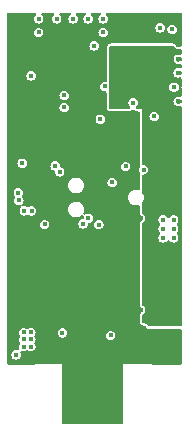
<source format=gbr>
%TF.GenerationSoftware,KiCad,Pcbnew,(6.0.11-0)*%
%TF.CreationDate,2023-03-16T18:41:31-05:00*%
%TF.ProjectId,STEP,53544550-2e6b-4696-9361-645f70636258,rev?*%
%TF.SameCoordinates,Original*%
%TF.FileFunction,Copper,L2,Inr*%
%TF.FilePolarity,Positive*%
%FSLAX46Y46*%
G04 Gerber Fmt 4.6, Leading zero omitted, Abs format (unit mm)*
G04 Created by KiCad (PCBNEW (6.0.11-0)) date 2023-03-16 18:41:31*
%MOMM*%
%LPD*%
G01*
G04 APERTURE LIST*
%TA.AperFunction,ViaPad*%
%ADD10C,0.400000*%
%TD*%
G04 APERTURE END LIST*
D10*
%TO.N,+1V8*%
X99695000Y-122174000D03*
%TO.N,GND*%
X105156000Y-124079000D03*
%TO.N,VAUX*%
X103886000Y-96139000D03*
%TO.N,+BATT*%
X105029000Y-120650000D03*
X104267000Y-120650000D03*
X105410000Y-120015000D03*
X104648000Y-120015000D03*
X103886000Y-120015000D03*
X103124000Y-120015000D03*
X100076000Y-101981000D03*
X100076000Y-101346000D03*
X100076000Y-100711000D03*
X100076000Y-100076000D03*
X100076000Y-99441000D03*
X100076000Y-98171000D03*
X100076000Y-98806000D03*
X101473000Y-101854000D03*
X101473000Y-101346000D03*
%TO.N,GND*%
X102235000Y-120015000D03*
X101092000Y-112268000D03*
%TO.N,+1V8*%
X105029000Y-113919000D03*
X104140000Y-113919000D03*
X105029000Y-113157000D03*
X104140000Y-113157000D03*
X105029000Y-112395000D03*
X104140000Y-112395000D03*
X92202000Y-107602500D03*
%TO.N,GND*%
X97282000Y-117602000D03*
X97282000Y-118237000D03*
X96266000Y-115951000D03*
X96266000Y-115316000D03*
X96901000Y-115316000D03*
X96901000Y-115951000D03*
X97917000Y-120015000D03*
X98679000Y-120015000D03*
X98298000Y-119507000D03*
X99060000Y-119507000D03*
X98806000Y-122555000D03*
X98806000Y-123190000D03*
X98806000Y-123825000D03*
X100457000Y-125857000D03*
X99822000Y-125476000D03*
X99314000Y-124968000D03*
X98933000Y-124460000D03*
X100965000Y-124333000D03*
X100965000Y-123698000D03*
X100965000Y-123063000D03*
X100838000Y-122428000D03*
X100330000Y-122047000D03*
X96012000Y-125476000D03*
X96647000Y-125095000D03*
X96774000Y-124460000D03*
X96774000Y-123825000D03*
X96774000Y-123190000D03*
X96774000Y-122555000D03*
X91821000Y-98425000D03*
X91821000Y-97409000D03*
X91821000Y-96393000D03*
X91821000Y-95377000D03*
X92932250Y-98425000D03*
X94043500Y-98425000D03*
X95154750Y-98425000D03*
X96266000Y-98425000D03*
X92964000Y-100965000D03*
X94075250Y-100965000D03*
X95186500Y-100965000D03*
X96297750Y-100965000D03*
X97409000Y-100965000D03*
X98806000Y-103124000D03*
%TO.N,/AUX_BUZZER_DRAIN*%
X95758000Y-101854000D03*
%TO.N,VAUX*%
X99187000Y-101092000D03*
%TO.N,/BATT_BUZZER_DRAIN*%
X92964000Y-100203000D03*
%TO.N,VAUX*%
X93599000Y-96520000D03*
X99060000Y-96520000D03*
X99060000Y-95377000D03*
X97790000Y-95377000D03*
X96520000Y-95377000D03*
X95123000Y-95377000D03*
X93599000Y-95377000D03*
%TO.N,GND*%
X105283000Y-95377000D03*
X104013000Y-95377000D03*
X105424350Y-97548248D03*
X105426438Y-98792693D03*
X105410000Y-99949000D03*
X98298000Y-108204000D03*
%TO.N,/VFB_AUX*%
X104902000Y-96266000D03*
%TO.N,GND*%
X105410000Y-102362000D03*
%TO.N,/VEN_AUX*%
X105056349Y-101161894D03*
X101600000Y-102489000D03*
%TO.N,/VFB_1V8*%
X103378000Y-103632000D03*
X102481738Y-108135975D03*
%TO.N,/VEN_1V8*%
X98817510Y-103874490D03*
X100965000Y-107865500D03*
%TO.N,GND*%
X102235000Y-112268000D03*
X91104500Y-110109000D03*
%TO.N,/SCK*%
X97802477Y-112255523D03*
%TO.N,/NRST*%
X99822000Y-109220000D03*
%TO.N,/VAUX_BUZZER_LSD*%
X95758000Y-102870000D03*
%TO.N,/VBATT_BUZZER_LSD*%
X98298000Y-97663000D03*
%TO.N,GND*%
X94361000Y-102997000D03*
X93853000Y-102997000D03*
%TO.N,/BATT_LVL*%
X91693098Y-123825902D03*
%TO.N,/ADC_IN_1*%
X92329000Y-123119006D03*
%TO.N,/ADC_IN_0*%
X92329000Y-122519503D03*
%TO.N,/ADC_IN_2*%
X92329000Y-121920000D03*
%TO.N,+1V8*%
X91873754Y-110109000D03*
%TO.N,/NRST*%
X91910506Y-110744000D03*
%TO.N,/VAUX_BUZZER_LSD*%
X92385006Y-111633000D03*
%TO.N,/VBATT_BUZZER_LSD*%
X92997500Y-111633000D03*
%TO.N,/DIO_1*%
X92928502Y-123118890D03*
%TO.N,/DIO_0*%
X92936798Y-122519445D03*
%TO.N,/ADC_IN_3*%
X92928503Y-121920000D03*
%TO.N,+1V8*%
X95608204Y-121951500D03*
X98697023Y-112794023D03*
%TO.N,/CS*%
X97363523Y-112730523D03*
%TO.N,/SCK*%
X95377000Y-108331000D03*
%TO.N,/CS*%
X94996000Y-107823000D03*
%TO.N,+1V8*%
X94107000Y-112776000D03*
%TO.N,GND*%
X102489000Y-121539000D03*
%TD*%
%TA.AperFunction,Conductor*%
%TO.N,GND*%
G36*
X93331039Y-94862502D02*
G01*
X93377532Y-94916158D01*
X93387636Y-94986432D01*
X93358142Y-95051012D01*
X93352013Y-95057595D01*
X93270950Y-95138658D01*
X93213354Y-95251696D01*
X93193508Y-95377000D01*
X93213354Y-95502304D01*
X93270950Y-95615342D01*
X93360658Y-95705050D01*
X93473696Y-95762646D01*
X93483485Y-95764196D01*
X93483487Y-95764197D01*
X93589207Y-95780941D01*
X93599000Y-95782492D01*
X93608793Y-95780941D01*
X93714513Y-95764197D01*
X93714515Y-95764196D01*
X93724304Y-95762646D01*
X93837342Y-95705050D01*
X93927050Y-95615342D01*
X93984646Y-95502304D01*
X94004492Y-95377000D01*
X93984646Y-95251696D01*
X93927050Y-95138658D01*
X93845987Y-95057595D01*
X93811961Y-94995283D01*
X93817026Y-94924468D01*
X93859573Y-94867632D01*
X93926093Y-94842821D01*
X93935082Y-94842500D01*
X94786918Y-94842500D01*
X94855039Y-94862502D01*
X94901532Y-94916158D01*
X94911636Y-94986432D01*
X94882142Y-95051012D01*
X94876013Y-95057595D01*
X94794950Y-95138658D01*
X94737354Y-95251696D01*
X94717508Y-95377000D01*
X94737354Y-95502304D01*
X94794950Y-95615342D01*
X94884658Y-95705050D01*
X94997696Y-95762646D01*
X95007485Y-95764196D01*
X95007487Y-95764197D01*
X95113207Y-95780941D01*
X95123000Y-95782492D01*
X95132793Y-95780941D01*
X95238513Y-95764197D01*
X95238515Y-95764196D01*
X95248304Y-95762646D01*
X95361342Y-95705050D01*
X95451050Y-95615342D01*
X95508646Y-95502304D01*
X95528492Y-95377000D01*
X95508646Y-95251696D01*
X95451050Y-95138658D01*
X95369987Y-95057595D01*
X95335961Y-94995283D01*
X95341026Y-94924468D01*
X95383573Y-94867632D01*
X95450093Y-94842821D01*
X95459082Y-94842500D01*
X96183918Y-94842500D01*
X96252039Y-94862502D01*
X96298532Y-94916158D01*
X96308636Y-94986432D01*
X96279142Y-95051012D01*
X96273013Y-95057595D01*
X96191950Y-95138658D01*
X96134354Y-95251696D01*
X96114508Y-95377000D01*
X96134354Y-95502304D01*
X96191950Y-95615342D01*
X96281658Y-95705050D01*
X96394696Y-95762646D01*
X96404485Y-95764196D01*
X96404487Y-95764197D01*
X96510207Y-95780941D01*
X96520000Y-95782492D01*
X96529793Y-95780941D01*
X96635513Y-95764197D01*
X96635515Y-95764196D01*
X96645304Y-95762646D01*
X96758342Y-95705050D01*
X96848050Y-95615342D01*
X96905646Y-95502304D01*
X96925492Y-95377000D01*
X96905646Y-95251696D01*
X96848050Y-95138658D01*
X96766987Y-95057595D01*
X96732961Y-94995283D01*
X96738026Y-94924468D01*
X96780573Y-94867632D01*
X96847093Y-94842821D01*
X96856082Y-94842500D01*
X97453918Y-94842500D01*
X97522039Y-94862502D01*
X97568532Y-94916158D01*
X97578636Y-94986432D01*
X97549142Y-95051012D01*
X97543013Y-95057595D01*
X97461950Y-95138658D01*
X97404354Y-95251696D01*
X97384508Y-95377000D01*
X97404354Y-95502304D01*
X97461950Y-95615342D01*
X97551658Y-95705050D01*
X97664696Y-95762646D01*
X97674485Y-95764196D01*
X97674487Y-95764197D01*
X97780207Y-95780941D01*
X97790000Y-95782492D01*
X97799793Y-95780941D01*
X97905513Y-95764197D01*
X97905515Y-95764196D01*
X97915304Y-95762646D01*
X98028342Y-95705050D01*
X98118050Y-95615342D01*
X98175646Y-95502304D01*
X98195492Y-95377000D01*
X98175646Y-95251696D01*
X98118050Y-95138658D01*
X98036987Y-95057595D01*
X98002961Y-94995283D01*
X98008026Y-94924468D01*
X98050573Y-94867632D01*
X98117093Y-94842821D01*
X98126082Y-94842500D01*
X98723918Y-94842500D01*
X98792039Y-94862502D01*
X98838532Y-94916158D01*
X98848636Y-94986432D01*
X98819142Y-95051012D01*
X98813013Y-95057595D01*
X98731950Y-95138658D01*
X98674354Y-95251696D01*
X98654508Y-95377000D01*
X98674354Y-95502304D01*
X98731950Y-95615342D01*
X98821658Y-95705050D01*
X98934696Y-95762646D01*
X98944485Y-95764196D01*
X98944487Y-95764197D01*
X99050207Y-95780941D01*
X99060000Y-95782492D01*
X99069793Y-95780941D01*
X99175513Y-95764197D01*
X99175515Y-95764196D01*
X99185304Y-95762646D01*
X99298342Y-95705050D01*
X99388050Y-95615342D01*
X99445646Y-95502304D01*
X99465492Y-95377000D01*
X99445646Y-95251696D01*
X99388050Y-95138658D01*
X99306987Y-95057595D01*
X99272961Y-94995283D01*
X99278026Y-94924468D01*
X99320573Y-94867632D01*
X99387093Y-94842821D01*
X99396082Y-94842500D01*
X105578500Y-94842500D01*
X105646621Y-94862502D01*
X105693114Y-94916158D01*
X105704500Y-94968500D01*
X105704500Y-97602794D01*
X105684498Y-97670915D01*
X105630842Y-97717408D01*
X105582097Y-97728743D01*
X105546499Y-97729760D01*
X105544004Y-97729831D01*
X105543988Y-97729279D01*
X105531625Y-97730813D01*
X105531637Y-97731082D01*
X105528213Y-97731236D01*
X105526075Y-97731501D01*
X105524569Y-97731399D01*
X105524559Y-97731399D01*
X105517507Y-97730924D01*
X105510524Y-97732030D01*
X105510523Y-97732030D01*
X105506192Y-97732716D01*
X105444056Y-97742557D01*
X105404643Y-97742557D01*
X105383050Y-97739137D01*
X105345560Y-97726956D01*
X105326081Y-97717031D01*
X105294189Y-97693859D01*
X105278736Y-97678406D01*
X105255565Y-97646515D01*
X105253369Y-97642205D01*
X105253368Y-97642203D01*
X105251480Y-97638498D01*
X105249126Y-97635081D01*
X105249122Y-97635075D01*
X105233735Y-97612744D01*
X105220769Y-97593927D01*
X105217972Y-97590835D01*
X105177694Y-97546315D01*
X105177681Y-97546302D01*
X105176624Y-97545133D01*
X105161949Y-97530473D01*
X105154386Y-97526243D01*
X105154384Y-97526241D01*
X105119408Y-97506677D01*
X105082131Y-97485826D01*
X105041024Y-97473756D01*
X105018333Y-97467093D01*
X105018329Y-97467092D01*
X105014010Y-97465824D01*
X105009562Y-97465184D01*
X105009555Y-97465183D01*
X104960562Y-97458139D01*
X104960555Y-97458138D01*
X104956114Y-97457500D01*
X99694000Y-97457500D01*
X99690654Y-97457860D01*
X99690649Y-97457860D01*
X99653683Y-97461834D01*
X99653677Y-97461835D01*
X99650319Y-97462196D01*
X99597977Y-97473582D01*
X99597283Y-97473752D01*
X99597264Y-97473756D01*
X99596130Y-97474033D01*
X99587797Y-97476070D01*
X99507084Y-97519079D01*
X99501738Y-97523711D01*
X99501737Y-97523712D01*
X99486865Y-97536599D01*
X99453428Y-97565572D01*
X99435473Y-97583165D01*
X99390826Y-97662983D01*
X99370824Y-97731104D01*
X99370184Y-97735552D01*
X99370183Y-97735559D01*
X99363139Y-97784552D01*
X99363138Y-97784559D01*
X99362500Y-97789000D01*
X99362500Y-100566777D01*
X99342498Y-100634898D01*
X99288842Y-100681391D01*
X99216790Y-100691226D01*
X99196794Y-100688059D01*
X99196793Y-100688059D01*
X99187000Y-100686508D01*
X99177207Y-100688059D01*
X99071487Y-100704803D01*
X99071485Y-100704804D01*
X99061696Y-100706354D01*
X98948658Y-100763950D01*
X98858950Y-100853658D01*
X98801354Y-100966696D01*
X98781508Y-101092000D01*
X98783059Y-101101793D01*
X98798843Y-101201447D01*
X98801354Y-101217304D01*
X98858950Y-101330342D01*
X98948658Y-101420050D01*
X99061696Y-101477646D01*
X99071485Y-101479196D01*
X99071487Y-101479197D01*
X99177207Y-101495941D01*
X99187000Y-101497492D01*
X99196793Y-101495941D01*
X99196794Y-101495941D01*
X99216790Y-101492774D01*
X99287201Y-101501874D01*
X99341515Y-101547596D01*
X99362500Y-101617223D01*
X99362500Y-102871000D01*
X99362860Y-102874346D01*
X99362860Y-102874351D01*
X99365026Y-102894492D01*
X99367196Y-102914681D01*
X99378582Y-102967023D01*
X99381070Y-102977203D01*
X99424079Y-103057916D01*
X99470572Y-103111572D01*
X99488165Y-103129527D01*
X99567983Y-103174174D01*
X99601448Y-103184000D01*
X99631781Y-103192907D01*
X99631785Y-103192908D01*
X99636104Y-103194176D01*
X99640552Y-103194816D01*
X99640559Y-103194817D01*
X99689552Y-103201861D01*
X99689559Y-103201862D01*
X99694000Y-103202500D01*
X101237418Y-103202500D01*
X101239425Y-103202464D01*
X101244218Y-103202379D01*
X101244266Y-103202378D01*
X101244752Y-103202369D01*
X101247032Y-103202288D01*
X101248680Y-103202229D01*
X101248683Y-103202229D01*
X101253741Y-103202048D01*
X101258705Y-103201061D01*
X101258710Y-103201060D01*
X101313258Y-103190210D01*
X101313263Y-103190209D01*
X101318223Y-103189222D01*
X101322967Y-103187453D01*
X101322969Y-103187452D01*
X101382935Y-103165086D01*
X101382953Y-103165079D01*
X101384743Y-103164411D01*
X101407713Y-103154203D01*
X101414580Y-103148374D01*
X101414582Y-103148373D01*
X101453483Y-103115353D01*
X101477438Y-103095020D01*
X101498394Y-103067026D01*
X101555229Y-103024479D01*
X101626045Y-103019414D01*
X101688357Y-103053439D01*
X101694483Y-103060019D01*
X101739154Y-103111572D01*
X101756747Y-103129527D01*
X101836565Y-103174174D01*
X101870030Y-103184000D01*
X101900363Y-103192907D01*
X101900367Y-103192908D01*
X101904686Y-103194176D01*
X101909134Y-103194816D01*
X101909141Y-103194817D01*
X101958134Y-103201861D01*
X101958141Y-103201862D01*
X101962582Y-103202500D01*
X102030500Y-103202500D01*
X102098621Y-103222502D01*
X102145114Y-103276158D01*
X102156500Y-103328500D01*
X102156500Y-107606034D01*
X102156860Y-107609380D01*
X102156860Y-107609385D01*
X102159721Y-107635991D01*
X102161196Y-107649715D01*
X102172582Y-107702057D01*
X102175070Y-107712237D01*
X102183365Y-107727804D01*
X102188201Y-107736879D01*
X102202581Y-107806404D01*
X102177091Y-107872667D01*
X102166096Y-107885225D01*
X102153688Y-107897633D01*
X102096092Y-108010671D01*
X102094542Y-108020460D01*
X102094541Y-108020462D01*
X102086956Y-108068353D01*
X102076246Y-108135975D01*
X102077797Y-108145768D01*
X102087289Y-108205696D01*
X102096092Y-108261279D01*
X102153688Y-108374317D01*
X102165645Y-108386274D01*
X102199671Y-108448586D01*
X102194606Y-108519401D01*
X102191000Y-108527190D01*
X102191022Y-108527199D01*
X102188281Y-108533722D01*
X102184826Y-108539899D01*
X102164824Y-108608020D01*
X102164184Y-108612468D01*
X102164183Y-108612475D01*
X102157139Y-108661468D01*
X102157138Y-108661475D01*
X102156500Y-108665916D01*
X102156500Y-109715160D01*
X102136498Y-109783281D01*
X102082842Y-109829774D01*
X102012568Y-109839878D01*
X101999813Y-109837366D01*
X101938396Y-109821939D01*
X101930797Y-109821899D01*
X101930795Y-109821899D01*
X101861844Y-109821538D01*
X101776605Y-109821092D01*
X101619282Y-109858861D01*
X101612536Y-109862343D01*
X101612533Y-109862344D01*
X101579312Y-109879491D01*
X101475509Y-109933068D01*
X101353588Y-110039427D01*
X101260556Y-110171798D01*
X101201784Y-110322539D01*
X101200792Y-110330072D01*
X101200792Y-110330073D01*
X101198655Y-110346307D01*
X101180666Y-110482949D01*
X101180814Y-110484289D01*
X101198420Y-110643765D01*
X101201030Y-110650897D01*
X101247365Y-110777512D01*
X101254022Y-110795704D01*
X101258258Y-110802007D01*
X101258258Y-110802008D01*
X101311277Y-110880908D01*
X101344261Y-110929994D01*
X101349880Y-110935107D01*
X101349881Y-110935108D01*
X101458313Y-111033773D01*
X101463929Y-111038883D01*
X101504096Y-111060692D01*
X101599439Y-111112460D01*
X101599441Y-111112461D01*
X101606116Y-111116085D01*
X101613465Y-111118013D01*
X101755263Y-111155213D01*
X101755265Y-111155213D01*
X101762613Y-111157141D01*
X101845069Y-111158436D01*
X101916787Y-111159563D01*
X101916790Y-111159563D01*
X101924386Y-111159682D01*
X102002372Y-111141821D01*
X102073237Y-111146110D01*
X102130535Y-111188032D01*
X102156073Y-111254277D01*
X102156500Y-111264641D01*
X102156500Y-111806005D01*
X102163630Y-111859665D01*
X102164717Y-111863682D01*
X102164717Y-111863684D01*
X102172687Y-111893145D01*
X102180812Y-111923183D01*
X102181291Y-111924655D01*
X102181297Y-111924675D01*
X102184547Y-111934661D01*
X102187230Y-111942904D01*
X102238079Y-112018922D01*
X102243223Y-112023780D01*
X102283617Y-112061931D01*
X102289694Y-112067671D01*
X102293367Y-112070260D01*
X102333822Y-112098780D01*
X102333827Y-112098783D01*
X102337501Y-112101373D01*
X102340607Y-112102956D01*
X102364164Y-112121392D01*
X102380611Y-112137839D01*
X102403783Y-112169731D01*
X102413708Y-112189210D01*
X102425890Y-112226702D01*
X102428904Y-112245730D01*
X102429309Y-112248290D01*
X102429309Y-112287707D01*
X102425890Y-112309297D01*
X102413708Y-112346790D01*
X102403783Y-112366269D01*
X102380611Y-112398161D01*
X102364257Y-112414515D01*
X102340151Y-112433277D01*
X102337501Y-112434627D01*
X102292928Y-112465340D01*
X102244133Y-112509486D01*
X102229473Y-112524160D01*
X102184826Y-112603978D01*
X102182832Y-112610770D01*
X102168079Y-112661015D01*
X102164824Y-112672099D01*
X102164184Y-112676547D01*
X102164183Y-112676554D01*
X102157139Y-112725547D01*
X102157138Y-112725554D01*
X102156500Y-112729995D01*
X102156500Y-119553005D01*
X102163630Y-119606665D01*
X102180812Y-119670183D01*
X102181291Y-119671655D01*
X102181297Y-119671675D01*
X102184547Y-119681661D01*
X102187230Y-119689904D01*
X102238079Y-119765922D01*
X102289694Y-119814671D01*
X102293367Y-119817260D01*
X102333822Y-119845780D01*
X102333827Y-119845783D01*
X102337501Y-119848373D01*
X102340607Y-119849956D01*
X102364164Y-119868392D01*
X102380611Y-119884839D01*
X102403783Y-119916731D01*
X102413708Y-119936210D01*
X102425890Y-119973703D01*
X102429309Y-119995290D01*
X102429309Y-120034710D01*
X102425890Y-120056297D01*
X102413708Y-120093790D01*
X102403783Y-120113269D01*
X102380611Y-120145161D01*
X102364257Y-120161515D01*
X102340151Y-120180277D01*
X102337501Y-120181627D01*
X102292928Y-120212340D01*
X102244133Y-120256486D01*
X102229473Y-120271160D01*
X102184826Y-120350978D01*
X102164824Y-120419099D01*
X102164184Y-120423547D01*
X102164183Y-120423554D01*
X102157139Y-120472547D01*
X102157138Y-120472554D01*
X102156500Y-120476995D01*
X102156500Y-121009059D01*
X102161196Y-121052740D01*
X102172582Y-121105082D01*
X102175070Y-121115262D01*
X102218079Y-121195975D01*
X102264572Y-121249631D01*
X102265921Y-121251008D01*
X102265924Y-121251011D01*
X102275862Y-121261154D01*
X102275865Y-121261156D01*
X102282166Y-121267587D01*
X102361984Y-121312233D01*
X102368775Y-121314227D01*
X102420331Y-121329365D01*
X102420333Y-121329365D01*
X102427024Y-121331330D01*
X102433983Y-121331778D01*
X102436980Y-121331971D01*
X102456870Y-121336373D01*
X102456853Y-121336478D01*
X102458583Y-121336752D01*
X102530297Y-121348110D01*
X102567790Y-121360292D01*
X102587269Y-121370217D01*
X102619161Y-121393389D01*
X102635515Y-121409743D01*
X102654277Y-121433849D01*
X102655627Y-121436499D01*
X102686340Y-121481072D01*
X102730486Y-121529867D01*
X102745160Y-121544527D01*
X102824978Y-121589174D01*
X102858204Y-121598930D01*
X102888776Y-121607907D01*
X102888780Y-121607908D01*
X102893099Y-121609176D01*
X102897547Y-121609816D01*
X102897554Y-121609817D01*
X102946547Y-121616861D01*
X102946554Y-121616862D01*
X102950995Y-121617500D01*
X105578500Y-121617500D01*
X105646621Y-121637502D01*
X105693114Y-121691158D01*
X105704500Y-121743500D01*
X105704500Y-124514220D01*
X105684498Y-124582341D01*
X105630842Y-124628834D01*
X105577791Y-124640218D01*
X100877230Y-124613720D01*
X100874292Y-124613183D01*
X100874278Y-124613657D01*
X100870729Y-124613555D01*
X100870654Y-124613500D01*
X100838616Y-124613500D01*
X100837906Y-124613498D01*
X100837969Y-124613498D01*
X100822650Y-124613412D01*
X100822374Y-124613500D01*
X100805346Y-124613500D01*
X100792040Y-124623167D01*
X100776371Y-124628161D01*
X100766285Y-124641880D01*
X100752510Y-124651888D01*
X100747428Y-124667529D01*
X100737686Y-124680780D01*
X100737590Y-124697806D01*
X100737500Y-124698083D01*
X100737500Y-124713433D01*
X100737498Y-124714143D01*
X100737318Y-124746087D01*
X100732496Y-124746060D01*
X100732495Y-124746340D01*
X100737500Y-124746340D01*
X100737500Y-129567500D01*
X100717498Y-129635621D01*
X100663842Y-129682114D01*
X100611500Y-129693500D01*
X95730500Y-129693500D01*
X95662379Y-129673498D01*
X95615886Y-129619842D01*
X95604500Y-129567500D01*
X95604500Y-124746323D01*
X95608226Y-124746323D01*
X95608185Y-124746035D01*
X95604692Y-124746056D01*
X95604502Y-124714158D01*
X95604500Y-124713407D01*
X95604500Y-124698083D01*
X95604405Y-124697789D01*
X95604303Y-124680748D01*
X95594568Y-124667515D01*
X95589490Y-124651888D01*
X95575701Y-124641869D01*
X95565601Y-124628141D01*
X95549946Y-124623157D01*
X95536654Y-124613500D01*
X95519609Y-124613500D01*
X95519317Y-124613407D01*
X95517596Y-124613417D01*
X95504046Y-124613498D01*
X95503295Y-124613500D01*
X95471346Y-124613500D01*
X95471346Y-124608745D01*
X95471049Y-124608753D01*
X95471078Y-124613694D01*
X91032250Y-124640145D01*
X90964012Y-124620549D01*
X90917200Y-124567171D01*
X90905500Y-124514147D01*
X90905500Y-123825902D01*
X91287606Y-123825902D01*
X91307452Y-123951206D01*
X91365048Y-124064244D01*
X91454756Y-124153952D01*
X91567794Y-124211548D01*
X91577583Y-124213098D01*
X91577585Y-124213099D01*
X91683305Y-124229843D01*
X91693098Y-124231394D01*
X91702891Y-124229843D01*
X91808611Y-124213099D01*
X91808613Y-124213098D01*
X91818402Y-124211548D01*
X91931440Y-124153952D01*
X92021148Y-124064244D01*
X92078744Y-123951206D01*
X92098590Y-123825902D01*
X92078744Y-123700598D01*
X92074242Y-123691762D01*
X92071410Y-123686203D01*
X92058306Y-123616426D01*
X92085007Y-123550642D01*
X92143034Y-123509736D01*
X92203300Y-123507153D01*
X92203696Y-123504652D01*
X92329000Y-123524498D01*
X92338793Y-123522947D01*
X92444513Y-123506203D01*
X92444515Y-123506202D01*
X92454304Y-123504652D01*
X92567342Y-123447056D01*
X92568519Y-123449367D01*
X92621637Y-123430415D01*
X92689390Y-123446170D01*
X92690160Y-123446940D01*
X92696538Y-123450190D01*
X92696540Y-123450191D01*
X92734119Y-123469338D01*
X92803198Y-123504536D01*
X92812987Y-123506086D01*
X92812989Y-123506087D01*
X92918709Y-123522831D01*
X92928502Y-123524382D01*
X92938295Y-123522831D01*
X93044015Y-123506087D01*
X93044017Y-123506086D01*
X93053806Y-123504536D01*
X93166844Y-123446940D01*
X93256552Y-123357232D01*
X93314148Y-123244194D01*
X93333994Y-123118890D01*
X93314148Y-122993586D01*
X93309648Y-122984755D01*
X93309647Y-122984751D01*
X93257470Y-122882350D01*
X93244365Y-122812573D01*
X93265181Y-122757957D01*
X93264848Y-122757787D01*
X93322444Y-122644749D01*
X93342290Y-122519445D01*
X93322444Y-122394141D01*
X93264848Y-122281103D01*
X93265323Y-122280861D01*
X93243942Y-122220938D01*
X93257470Y-122156542D01*
X93298099Y-122076804D01*
X93314149Y-122045304D01*
X93329006Y-121951500D01*
X95202712Y-121951500D01*
X95222558Y-122076804D01*
X95280154Y-122189842D01*
X95369862Y-122279550D01*
X95482900Y-122337146D01*
X95492689Y-122338696D01*
X95492691Y-122338697D01*
X95598411Y-122355441D01*
X95608204Y-122356992D01*
X95617997Y-122355441D01*
X95723717Y-122338697D01*
X95723719Y-122338696D01*
X95733508Y-122337146D01*
X95846546Y-122279550D01*
X95936254Y-122189842D01*
X95944326Y-122174000D01*
X99289508Y-122174000D01*
X99291059Y-122183793D01*
X99297407Y-122223870D01*
X99309354Y-122299304D01*
X99366950Y-122412342D01*
X99456658Y-122502050D01*
X99569696Y-122559646D01*
X99579485Y-122561196D01*
X99579487Y-122561197D01*
X99685207Y-122577941D01*
X99695000Y-122579492D01*
X99704793Y-122577941D01*
X99810513Y-122561197D01*
X99810515Y-122561196D01*
X99820304Y-122559646D01*
X99933342Y-122502050D01*
X100023050Y-122412342D01*
X100080646Y-122299304D01*
X100092594Y-122223870D01*
X100098941Y-122183793D01*
X100100492Y-122174000D01*
X100080646Y-122048696D01*
X100023050Y-121935658D01*
X99933342Y-121845950D01*
X99820304Y-121788354D01*
X99810515Y-121786804D01*
X99810513Y-121786803D01*
X99704793Y-121770059D01*
X99695000Y-121768508D01*
X99685207Y-121770059D01*
X99579487Y-121786803D01*
X99579485Y-121786804D01*
X99569696Y-121788354D01*
X99456658Y-121845950D01*
X99366950Y-121935658D01*
X99309354Y-122048696D01*
X99289508Y-122174000D01*
X95944326Y-122174000D01*
X95993850Y-122076804D01*
X96013696Y-121951500D01*
X96010258Y-121929793D01*
X95995401Y-121835987D01*
X95995400Y-121835985D01*
X95993850Y-121826196D01*
X95936254Y-121713158D01*
X95846546Y-121623450D01*
X95733508Y-121565854D01*
X95723719Y-121564304D01*
X95723717Y-121564303D01*
X95617997Y-121547559D01*
X95608204Y-121546008D01*
X95598411Y-121547559D01*
X95492691Y-121564303D01*
X95492689Y-121564304D01*
X95482900Y-121565854D01*
X95369862Y-121623450D01*
X95280154Y-121713158D01*
X95222558Y-121826196D01*
X95221008Y-121835985D01*
X95221007Y-121835987D01*
X95206150Y-121929793D01*
X95202712Y-121951500D01*
X93329006Y-121951500D01*
X93333995Y-121920000D01*
X93314149Y-121794696D01*
X93256553Y-121681658D01*
X93166845Y-121591950D01*
X93053807Y-121534354D01*
X93044018Y-121532804D01*
X93044016Y-121532803D01*
X92938296Y-121516059D01*
X92928503Y-121514508D01*
X92918710Y-121516059D01*
X92812990Y-121532803D01*
X92812988Y-121532804D01*
X92803199Y-121534354D01*
X92690161Y-121591950D01*
X92688972Y-121589616D01*
X92635933Y-121608534D01*
X92568160Y-121592768D01*
X92567342Y-121591950D01*
X92454304Y-121534354D01*
X92444515Y-121532804D01*
X92444513Y-121532803D01*
X92338793Y-121516059D01*
X92329000Y-121514508D01*
X92319207Y-121516059D01*
X92213487Y-121532803D01*
X92213485Y-121532804D01*
X92203696Y-121534354D01*
X92090658Y-121591950D01*
X92000950Y-121681658D01*
X91943354Y-121794696D01*
X91923508Y-121920000D01*
X91943354Y-122045304D01*
X91959404Y-122076804D01*
X92000950Y-122158342D01*
X91998613Y-122159533D01*
X92017533Y-122212555D01*
X92001773Y-122280338D01*
X92000950Y-122281161D01*
X91997674Y-122287590D01*
X91997673Y-122287592D01*
X91987205Y-122308137D01*
X91943354Y-122394199D01*
X91941804Y-122403988D01*
X91941803Y-122403990D01*
X91925068Y-122509652D01*
X91923508Y-122519503D01*
X91925059Y-122529296D01*
X91932764Y-122577941D01*
X91943354Y-122644807D01*
X91947855Y-122653640D01*
X92000950Y-122757845D01*
X91998613Y-122759036D01*
X92017533Y-122812058D01*
X92001773Y-122879841D01*
X92000950Y-122880664D01*
X91943354Y-122993702D01*
X91923508Y-123119006D01*
X91943354Y-123244310D01*
X91947856Y-123253145D01*
X91947856Y-123253146D01*
X91950688Y-123258705D01*
X91963792Y-123328482D01*
X91937091Y-123394266D01*
X91879064Y-123435172D01*
X91818798Y-123437755D01*
X91818402Y-123440256D01*
X91702891Y-123421961D01*
X91693098Y-123420410D01*
X91683305Y-123421961D01*
X91577585Y-123438705D01*
X91577583Y-123438706D01*
X91567794Y-123440256D01*
X91454756Y-123497852D01*
X91365048Y-123587560D01*
X91307452Y-123700598D01*
X91287606Y-123825902D01*
X90905500Y-123825902D01*
X90905500Y-112776000D01*
X93701508Y-112776000D01*
X93703059Y-112785793D01*
X93705914Y-112803816D01*
X93721354Y-112901304D01*
X93778950Y-113014342D01*
X93868658Y-113104050D01*
X93981696Y-113161646D01*
X93991485Y-113163196D01*
X93991487Y-113163197D01*
X94097207Y-113179941D01*
X94107000Y-113181492D01*
X94116793Y-113179941D01*
X94222513Y-113163197D01*
X94222515Y-113163196D01*
X94232304Y-113161646D01*
X94345342Y-113104050D01*
X94435050Y-113014342D01*
X94492646Y-112901304D01*
X94508087Y-112803816D01*
X94510941Y-112785793D01*
X94512492Y-112776000D01*
X94497051Y-112678510D01*
X94494197Y-112660487D01*
X94494196Y-112660485D01*
X94492646Y-112650696D01*
X94435050Y-112537658D01*
X94345342Y-112447950D01*
X94232304Y-112390354D01*
X94222515Y-112388804D01*
X94222513Y-112388803D01*
X94116793Y-112372059D01*
X94107000Y-112370508D01*
X94097207Y-112372059D01*
X93991487Y-112388803D01*
X93991485Y-112388804D01*
X93981696Y-112390354D01*
X93868658Y-112447950D01*
X93778950Y-112537658D01*
X93721354Y-112650696D01*
X93719804Y-112660485D01*
X93719803Y-112660487D01*
X93716949Y-112678510D01*
X93701508Y-112776000D01*
X90905500Y-112776000D01*
X90905500Y-110109000D01*
X91468262Y-110109000D01*
X91469813Y-110118793D01*
X91477224Y-110165582D01*
X91488108Y-110234304D01*
X91545704Y-110347342D01*
X91558757Y-110360395D01*
X91592783Y-110422707D01*
X91587718Y-110493522D01*
X91581931Y-110506688D01*
X91524860Y-110618696D01*
X91523310Y-110628485D01*
X91523309Y-110628487D01*
X91519760Y-110650897D01*
X91505014Y-110744000D01*
X91506565Y-110753793D01*
X91519765Y-110837132D01*
X91524860Y-110869304D01*
X91582456Y-110982342D01*
X91672164Y-111072050D01*
X91785202Y-111129646D01*
X91794991Y-111131196D01*
X91794993Y-111131197D01*
X91900713Y-111147941D01*
X91910506Y-111149492D01*
X91920299Y-111147941D01*
X91920300Y-111147941D01*
X91992808Y-111136457D01*
X92063219Y-111145557D01*
X92117533Y-111191279D01*
X92138505Y-111259107D01*
X92119478Y-111327506D01*
X92101613Y-111350001D01*
X92056956Y-111394658D01*
X91999360Y-111507696D01*
X91997810Y-111517485D01*
X91997809Y-111517487D01*
X91981065Y-111623207D01*
X91979514Y-111633000D01*
X91999360Y-111758304D01*
X92056956Y-111871342D01*
X92146664Y-111961050D01*
X92259702Y-112018646D01*
X92269491Y-112020196D01*
X92269493Y-112020197D01*
X92375213Y-112036941D01*
X92385006Y-112038492D01*
X92394799Y-112036941D01*
X92500519Y-112020197D01*
X92500521Y-112020196D01*
X92510310Y-112018646D01*
X92623348Y-111961050D01*
X92623503Y-111961354D01*
X92684056Y-111939747D01*
X92753208Y-111955825D01*
X92755237Y-111957129D01*
X92759158Y-111961050D01*
X92872196Y-112018646D01*
X92881985Y-112020196D01*
X92881987Y-112020197D01*
X92987707Y-112036941D01*
X92997500Y-112038492D01*
X93007293Y-112036941D01*
X93113013Y-112020197D01*
X93113015Y-112020196D01*
X93122804Y-112018646D01*
X93235842Y-111961050D01*
X93325550Y-111871342D01*
X93383146Y-111758304D01*
X93402992Y-111633000D01*
X93401441Y-111623207D01*
X93384697Y-111517487D01*
X93384696Y-111517485D01*
X93383146Y-111507696D01*
X93378689Y-111498949D01*
X96100666Y-111498949D01*
X96100814Y-111500289D01*
X96101500Y-111506503D01*
X96101500Y-111506505D01*
X96103001Y-111520102D01*
X96118420Y-111659765D01*
X96121030Y-111666897D01*
X96170414Y-111801844D01*
X96174022Y-111811704D01*
X96178258Y-111818007D01*
X96178258Y-111818008D01*
X96256646Y-111934661D01*
X96264261Y-111945994D01*
X96269880Y-111951107D01*
X96269881Y-111951108D01*
X96337947Y-112013043D01*
X96383929Y-112054883D01*
X96412250Y-112070260D01*
X96519439Y-112128460D01*
X96519441Y-112128461D01*
X96526116Y-112132085D01*
X96533465Y-112134013D01*
X96675263Y-112171213D01*
X96675265Y-112171213D01*
X96682613Y-112173141D01*
X96765069Y-112174436D01*
X96836787Y-112175563D01*
X96836790Y-112175563D01*
X96844386Y-112175682D01*
X96851791Y-112173986D01*
X96851792Y-112173986D01*
X96909806Y-112160699D01*
X97002096Y-112139562D01*
X97146638Y-112066865D01*
X97152411Y-112061934D01*
X97152416Y-112061931D01*
X97211640Y-112011349D01*
X97276429Y-111982318D01*
X97346629Y-111992923D01*
X97399952Y-112039798D01*
X97419467Y-112108060D01*
X97415899Y-112130071D01*
X97416831Y-112130219D01*
X97400874Y-112230966D01*
X97370461Y-112295119D01*
X97310193Y-112332646D01*
X97296135Y-112335704D01*
X97248011Y-112343326D01*
X97248010Y-112343326D01*
X97238219Y-112344877D01*
X97125181Y-112402473D01*
X97035473Y-112492181D01*
X96977877Y-112605219D01*
X96958031Y-112730523D01*
X96977877Y-112855827D01*
X97035473Y-112968865D01*
X97125181Y-113058573D01*
X97238219Y-113116169D01*
X97248008Y-113117719D01*
X97248010Y-113117720D01*
X97353730Y-113134464D01*
X97363523Y-113136015D01*
X97373316Y-113134464D01*
X97479036Y-113117720D01*
X97479038Y-113117719D01*
X97488827Y-113116169D01*
X97601865Y-113058573D01*
X97691573Y-112968865D01*
X97749169Y-112855827D01*
X97758958Y-112794023D01*
X98291531Y-112794023D01*
X98311377Y-112919327D01*
X98368973Y-113032365D01*
X98458681Y-113122073D01*
X98571719Y-113179669D01*
X98581508Y-113181219D01*
X98581510Y-113181220D01*
X98687230Y-113197964D01*
X98697023Y-113199515D01*
X98706816Y-113197964D01*
X98812536Y-113181220D01*
X98812538Y-113181219D01*
X98822327Y-113179669D01*
X98935365Y-113122073D01*
X99025073Y-113032365D01*
X99082669Y-112919327D01*
X99102515Y-112794023D01*
X99100964Y-112784230D01*
X99084220Y-112678510D01*
X99084219Y-112678508D01*
X99082669Y-112668719D01*
X99025073Y-112555681D01*
X98935365Y-112465973D01*
X98822327Y-112408377D01*
X98812538Y-112406827D01*
X98812536Y-112406826D01*
X98706816Y-112390082D01*
X98697023Y-112388531D01*
X98687230Y-112390082D01*
X98581510Y-112406826D01*
X98581508Y-112406827D01*
X98571719Y-112408377D01*
X98458681Y-112465973D01*
X98381128Y-112543526D01*
X98328064Y-112572502D01*
X98333146Y-112586126D01*
X98319733Y-112652319D01*
X98315878Y-112659884D01*
X98315877Y-112659888D01*
X98311377Y-112668719D01*
X98309827Y-112678508D01*
X98309826Y-112678510D01*
X98293082Y-112784230D01*
X98291531Y-112794023D01*
X97758958Y-112794023D01*
X97760509Y-112784230D01*
X97765126Y-112755080D01*
X97795539Y-112690927D01*
X97855807Y-112653400D01*
X97869865Y-112650342D01*
X97917989Y-112642720D01*
X97917990Y-112642720D01*
X97927781Y-112641169D01*
X98040819Y-112583573D01*
X98118372Y-112506020D01*
X98171436Y-112477044D01*
X98166354Y-112463420D01*
X98179767Y-112397227D01*
X98183622Y-112389662D01*
X98183623Y-112389658D01*
X98188123Y-112380827D01*
X98189758Y-112370508D01*
X98206418Y-112265316D01*
X98207969Y-112255523D01*
X98191565Y-112151952D01*
X98189674Y-112140010D01*
X98189673Y-112140008D01*
X98188123Y-112130219D01*
X98130527Y-112017181D01*
X98040819Y-111927473D01*
X97927781Y-111869877D01*
X97917992Y-111868327D01*
X97917990Y-111868326D01*
X97812270Y-111851582D01*
X97802477Y-111850031D01*
X97792684Y-111851582D01*
X97686964Y-111868326D01*
X97686962Y-111868327D01*
X97677173Y-111869877D01*
X97564135Y-111927473D01*
X97562484Y-111924233D01*
X97512840Y-111941968D01*
X97443682Y-111925914D01*
X97394182Y-111875019D01*
X97380056Y-111805442D01*
X97388690Y-111769181D01*
X97421593Y-111687330D01*
X97421594Y-111687325D01*
X97424426Y-111680281D01*
X97447223Y-111520102D01*
X97447371Y-111506000D01*
X97427934Y-111345378D01*
X97370744Y-111194030D01*
X97343053Y-111153739D01*
X97283405Y-111066951D01*
X97283404Y-111066949D01*
X97279103Y-111060692D01*
X97266535Y-111049494D01*
X97163974Y-110958115D01*
X97163971Y-110958113D01*
X97158302Y-110953062D01*
X97015315Y-110877354D01*
X97005390Y-110874861D01*
X96865767Y-110839790D01*
X96865763Y-110839790D01*
X96858396Y-110837939D01*
X96850797Y-110837899D01*
X96850795Y-110837899D01*
X96781844Y-110837538D01*
X96696605Y-110837092D01*
X96539282Y-110874861D01*
X96532536Y-110878343D01*
X96532533Y-110878344D01*
X96467476Y-110911923D01*
X96395509Y-110949068D01*
X96273588Y-111055427D01*
X96180556Y-111187798D01*
X96121784Y-111338539D01*
X96100666Y-111498949D01*
X93378689Y-111498949D01*
X93325550Y-111394658D01*
X93235842Y-111304950D01*
X93122804Y-111247354D01*
X93113015Y-111245804D01*
X93113013Y-111245803D01*
X93007293Y-111229059D01*
X92997500Y-111227508D01*
X92987707Y-111229059D01*
X92881987Y-111245803D01*
X92881985Y-111245804D01*
X92872196Y-111247354D01*
X92759158Y-111304950D01*
X92759003Y-111304646D01*
X92698450Y-111326253D01*
X92629298Y-111310175D01*
X92627269Y-111308871D01*
X92623348Y-111304950D01*
X92510310Y-111247354D01*
X92500521Y-111245804D01*
X92500519Y-111245803D01*
X92394799Y-111229059D01*
X92385006Y-111227508D01*
X92375213Y-111229059D01*
X92375212Y-111229059D01*
X92302704Y-111240543D01*
X92232293Y-111231443D01*
X92177979Y-111185721D01*
X92157007Y-111117893D01*
X92176034Y-111049494D01*
X92193899Y-111026999D01*
X92238556Y-110982342D01*
X92296152Y-110869304D01*
X92301248Y-110837132D01*
X92314447Y-110753793D01*
X92315998Y-110744000D01*
X92301252Y-110650897D01*
X92297703Y-110628487D01*
X92297702Y-110628485D01*
X92296152Y-110618696D01*
X92238556Y-110505658D01*
X92225503Y-110492605D01*
X92191477Y-110430293D01*
X92196542Y-110359478D01*
X92202331Y-110346307D01*
X92206305Y-110338509D01*
X92259400Y-110234304D01*
X92270285Y-110165582D01*
X92277695Y-110118793D01*
X92279246Y-110109000D01*
X92266723Y-110029934D01*
X92260951Y-109993487D01*
X92260950Y-109993485D01*
X92259400Y-109983696D01*
X92201804Y-109870658D01*
X92112096Y-109780950D01*
X91999058Y-109723354D01*
X91989269Y-109721804D01*
X91989267Y-109721803D01*
X91883547Y-109705059D01*
X91873754Y-109703508D01*
X91863961Y-109705059D01*
X91758241Y-109721803D01*
X91758239Y-109721804D01*
X91748450Y-109723354D01*
X91635412Y-109780950D01*
X91545704Y-109870658D01*
X91488108Y-109983696D01*
X91486558Y-109993485D01*
X91486557Y-109993487D01*
X91480785Y-110029934D01*
X91468262Y-110109000D01*
X90905500Y-110109000D01*
X90905500Y-109466949D01*
X96100666Y-109466949D01*
X96100814Y-109468289D01*
X96118420Y-109627765D01*
X96174022Y-109779704D01*
X96178258Y-109786007D01*
X96178258Y-109786008D01*
X96250658Y-109893750D01*
X96264261Y-109913994D01*
X96269880Y-109919107D01*
X96269881Y-109919108D01*
X96285223Y-109933068D01*
X96383929Y-110022883D01*
X96390602Y-110026506D01*
X96519439Y-110096460D01*
X96519441Y-110096461D01*
X96526116Y-110100085D01*
X96533465Y-110102013D01*
X96675263Y-110139213D01*
X96675265Y-110139213D01*
X96682613Y-110141141D01*
X96765069Y-110142436D01*
X96836787Y-110143563D01*
X96836790Y-110143563D01*
X96844386Y-110143682D01*
X96851791Y-110141986D01*
X96851792Y-110141986D01*
X96953058Y-110118793D01*
X97002096Y-110107562D01*
X97146638Y-110034865D01*
X97152410Y-110029936D01*
X97152412Y-110029934D01*
X97263890Y-109934723D01*
X97263894Y-109934719D01*
X97269666Y-109929789D01*
X97364080Y-109798399D01*
X97424426Y-109648281D01*
X97447223Y-109488102D01*
X97447371Y-109474000D01*
X97427934Y-109313378D01*
X97392649Y-109220000D01*
X99416508Y-109220000D01*
X99418059Y-109229793D01*
X99432492Y-109320918D01*
X99436354Y-109345304D01*
X99493950Y-109458342D01*
X99583658Y-109548050D01*
X99696696Y-109605646D01*
X99706485Y-109607196D01*
X99706487Y-109607197D01*
X99812207Y-109623941D01*
X99822000Y-109625492D01*
X99831793Y-109623941D01*
X99937513Y-109607197D01*
X99937515Y-109607196D01*
X99947304Y-109605646D01*
X100060342Y-109548050D01*
X100150050Y-109458342D01*
X100207646Y-109345304D01*
X100211509Y-109320918D01*
X100225941Y-109229793D01*
X100227492Y-109220000D01*
X100217324Y-109155798D01*
X100209197Y-109104487D01*
X100209196Y-109104485D01*
X100207646Y-109094696D01*
X100150050Y-108981658D01*
X100060342Y-108891950D01*
X99947304Y-108834354D01*
X99937515Y-108832804D01*
X99937513Y-108832803D01*
X99831793Y-108816059D01*
X99822000Y-108814508D01*
X99812207Y-108816059D01*
X99706487Y-108832803D01*
X99706485Y-108832804D01*
X99696696Y-108834354D01*
X99583658Y-108891950D01*
X99493950Y-108981658D01*
X99436354Y-109094696D01*
X99434804Y-109104485D01*
X99434803Y-109104487D01*
X99426676Y-109155798D01*
X99416508Y-109220000D01*
X97392649Y-109220000D01*
X97370744Y-109162030D01*
X97343053Y-109121739D01*
X97283405Y-109034951D01*
X97283404Y-109034949D01*
X97279103Y-109028692D01*
X97267591Y-109018435D01*
X97163974Y-108926115D01*
X97163971Y-108926113D01*
X97158302Y-108921062D01*
X97015315Y-108845354D01*
X97005390Y-108842861D01*
X96865767Y-108807790D01*
X96865763Y-108807790D01*
X96858396Y-108805939D01*
X96850797Y-108805899D01*
X96850795Y-108805899D01*
X96781844Y-108805538D01*
X96696605Y-108805092D01*
X96539282Y-108842861D01*
X96532536Y-108846343D01*
X96532533Y-108846344D01*
X96462094Y-108882701D01*
X96395509Y-108917068D01*
X96273588Y-109023427D01*
X96180556Y-109155798D01*
X96121784Y-109306539D01*
X96120792Y-109314072D01*
X96120792Y-109314073D01*
X96117731Y-109337328D01*
X96100666Y-109466949D01*
X90905500Y-109466949D01*
X90905500Y-107602500D01*
X91796508Y-107602500D01*
X91798059Y-107612293D01*
X91812677Y-107704585D01*
X91816354Y-107727804D01*
X91873950Y-107840842D01*
X91963658Y-107930550D01*
X92076696Y-107988146D01*
X92086485Y-107989696D01*
X92086487Y-107989697D01*
X92192207Y-108006441D01*
X92202000Y-108007992D01*
X92211793Y-108006441D01*
X92317513Y-107989697D01*
X92317515Y-107989696D01*
X92327304Y-107988146D01*
X92440342Y-107930550D01*
X92530050Y-107840842D01*
X92539141Y-107823000D01*
X94590508Y-107823000D01*
X94592059Y-107832793D01*
X94606946Y-107926784D01*
X94610354Y-107948304D01*
X94667950Y-108061342D01*
X94757658Y-108151050D01*
X94870696Y-108208646D01*
X94880487Y-108210197D01*
X94885994Y-108211986D01*
X94944600Y-108252059D01*
X94972238Y-108317455D01*
X94972613Y-108324021D01*
X94971508Y-108331000D01*
X94991354Y-108456304D01*
X95048950Y-108569342D01*
X95138658Y-108659050D01*
X95251696Y-108716646D01*
X95261485Y-108718196D01*
X95261487Y-108718197D01*
X95367207Y-108734941D01*
X95377000Y-108736492D01*
X95386793Y-108734941D01*
X95492513Y-108718197D01*
X95492515Y-108718196D01*
X95502304Y-108716646D01*
X95615342Y-108659050D01*
X95705050Y-108569342D01*
X95762646Y-108456304D01*
X95782492Y-108331000D01*
X95772988Y-108270992D01*
X95764197Y-108215487D01*
X95764196Y-108215485D01*
X95762646Y-108205696D01*
X95705050Y-108092658D01*
X95615342Y-108002950D01*
X95502304Y-107945354D01*
X95492513Y-107943803D01*
X95487006Y-107942014D01*
X95428400Y-107901941D01*
X95412999Y-107865500D01*
X100559508Y-107865500D01*
X100561059Y-107875293D01*
X100572156Y-107945354D01*
X100579354Y-107990804D01*
X100636950Y-108103842D01*
X100726658Y-108193550D01*
X100839696Y-108251146D01*
X100849485Y-108252696D01*
X100849487Y-108252697D01*
X100955207Y-108269441D01*
X100965000Y-108270992D01*
X100974793Y-108269441D01*
X101080513Y-108252697D01*
X101080515Y-108252696D01*
X101090304Y-108251146D01*
X101203342Y-108193550D01*
X101293050Y-108103842D01*
X101350646Y-107990804D01*
X101357845Y-107945354D01*
X101368941Y-107875293D01*
X101370492Y-107865500D01*
X101361132Y-107806404D01*
X101352197Y-107749987D01*
X101352196Y-107749985D01*
X101350646Y-107740196D01*
X101293050Y-107627158D01*
X101203342Y-107537450D01*
X101090304Y-107479854D01*
X101080515Y-107478304D01*
X101080513Y-107478303D01*
X100974793Y-107461559D01*
X100965000Y-107460008D01*
X100955207Y-107461559D01*
X100849487Y-107478303D01*
X100849485Y-107478304D01*
X100839696Y-107479854D01*
X100726658Y-107537450D01*
X100636950Y-107627158D01*
X100579354Y-107740196D01*
X100577804Y-107749985D01*
X100577803Y-107749987D01*
X100568868Y-107806404D01*
X100559508Y-107865500D01*
X95412999Y-107865500D01*
X95400762Y-107836545D01*
X95400387Y-107829979D01*
X95401492Y-107823000D01*
X95399941Y-107813207D01*
X95383197Y-107707487D01*
X95383196Y-107707485D01*
X95381646Y-107697696D01*
X95324050Y-107584658D01*
X95234342Y-107494950D01*
X95121304Y-107437354D01*
X95111515Y-107435804D01*
X95111513Y-107435803D01*
X95005793Y-107419059D01*
X94996000Y-107417508D01*
X94986207Y-107419059D01*
X94880487Y-107435803D01*
X94880485Y-107435804D01*
X94870696Y-107437354D01*
X94757658Y-107494950D01*
X94667950Y-107584658D01*
X94610354Y-107697696D01*
X94608804Y-107707485D01*
X94608803Y-107707487D01*
X94592059Y-107813207D01*
X94590508Y-107823000D01*
X92539141Y-107823000D01*
X92587646Y-107727804D01*
X92591324Y-107704585D01*
X92605941Y-107612293D01*
X92607492Y-107602500D01*
X92597189Y-107537450D01*
X92589197Y-107486987D01*
X92589196Y-107486985D01*
X92587646Y-107477196D01*
X92530050Y-107364158D01*
X92440342Y-107274450D01*
X92327304Y-107216854D01*
X92317515Y-107215304D01*
X92317513Y-107215303D01*
X92211793Y-107198559D01*
X92202000Y-107197008D01*
X92192207Y-107198559D01*
X92086487Y-107215303D01*
X92086485Y-107215304D01*
X92076696Y-107216854D01*
X91963658Y-107274450D01*
X91873950Y-107364158D01*
X91816354Y-107477196D01*
X91814804Y-107486985D01*
X91814803Y-107486987D01*
X91806811Y-107537450D01*
X91796508Y-107602500D01*
X90905500Y-107602500D01*
X90905500Y-103874490D01*
X98412018Y-103874490D01*
X98431864Y-103999794D01*
X98489460Y-104112832D01*
X98579168Y-104202540D01*
X98692206Y-104260136D01*
X98701995Y-104261686D01*
X98701997Y-104261687D01*
X98807717Y-104278431D01*
X98817510Y-104279982D01*
X98827303Y-104278431D01*
X98933023Y-104261687D01*
X98933025Y-104261686D01*
X98942814Y-104260136D01*
X99055852Y-104202540D01*
X99145560Y-104112832D01*
X99203156Y-103999794D01*
X99223002Y-103874490D01*
X99203156Y-103749186D01*
X99145560Y-103636148D01*
X99055852Y-103546440D01*
X98942814Y-103488844D01*
X98933025Y-103487294D01*
X98933023Y-103487293D01*
X98827303Y-103470549D01*
X98817510Y-103468998D01*
X98807717Y-103470549D01*
X98701997Y-103487293D01*
X98701995Y-103487294D01*
X98692206Y-103488844D01*
X98579168Y-103546440D01*
X98489460Y-103636148D01*
X98431864Y-103749186D01*
X98412018Y-103874490D01*
X90905500Y-103874490D01*
X90905500Y-102870000D01*
X95352508Y-102870000D01*
X95354059Y-102879793D01*
X95370589Y-102984157D01*
X95372354Y-102995304D01*
X95429950Y-103108342D01*
X95519658Y-103198050D01*
X95632696Y-103255646D01*
X95642485Y-103257196D01*
X95642487Y-103257197D01*
X95748207Y-103273941D01*
X95758000Y-103275492D01*
X95767793Y-103273941D01*
X95873513Y-103257197D01*
X95873515Y-103257196D01*
X95883304Y-103255646D01*
X95996342Y-103198050D01*
X96086050Y-103108342D01*
X96143646Y-102995304D01*
X96145412Y-102984157D01*
X96161941Y-102879793D01*
X96163492Y-102870000D01*
X96143646Y-102744696D01*
X96086050Y-102631658D01*
X95996342Y-102541950D01*
X95883304Y-102484354D01*
X95873511Y-102482803D01*
X95870526Y-102481833D01*
X95811921Y-102441759D01*
X95784284Y-102376362D01*
X95796391Y-102306406D01*
X95844398Y-102254100D01*
X95870526Y-102242167D01*
X95873511Y-102241197D01*
X95883304Y-102239646D01*
X95996342Y-102182050D01*
X96086050Y-102092342D01*
X96143646Y-101979304D01*
X96163492Y-101854000D01*
X96143646Y-101728696D01*
X96086050Y-101615658D01*
X95996342Y-101525950D01*
X95883304Y-101468354D01*
X95873515Y-101466804D01*
X95873513Y-101466803D01*
X95767793Y-101450059D01*
X95758000Y-101448508D01*
X95748207Y-101450059D01*
X95642487Y-101466803D01*
X95642485Y-101466804D01*
X95632696Y-101468354D01*
X95519658Y-101525950D01*
X95429950Y-101615658D01*
X95372354Y-101728696D01*
X95352508Y-101854000D01*
X95372354Y-101979304D01*
X95429950Y-102092342D01*
X95519658Y-102182050D01*
X95632696Y-102239646D01*
X95642489Y-102241197D01*
X95645474Y-102242167D01*
X95704079Y-102282241D01*
X95731716Y-102347638D01*
X95719609Y-102417594D01*
X95671602Y-102469900D01*
X95645474Y-102481833D01*
X95642489Y-102482803D01*
X95632696Y-102484354D01*
X95519658Y-102541950D01*
X95429950Y-102631658D01*
X95372354Y-102744696D01*
X95352508Y-102870000D01*
X90905500Y-102870000D01*
X90905500Y-100203000D01*
X92558508Y-100203000D01*
X92578354Y-100328304D01*
X92635950Y-100441342D01*
X92725658Y-100531050D01*
X92838696Y-100588646D01*
X92848485Y-100590196D01*
X92848487Y-100590197D01*
X92954207Y-100606941D01*
X92964000Y-100608492D01*
X92973793Y-100606941D01*
X93079513Y-100590197D01*
X93079515Y-100590196D01*
X93089304Y-100588646D01*
X93202342Y-100531050D01*
X93292050Y-100441342D01*
X93349646Y-100328304D01*
X93369492Y-100203000D01*
X93359828Y-100141982D01*
X93351197Y-100087487D01*
X93351196Y-100087485D01*
X93349646Y-100077696D01*
X93292050Y-99964658D01*
X93202342Y-99874950D01*
X93089304Y-99817354D01*
X93079515Y-99815804D01*
X93079513Y-99815803D01*
X92973793Y-99799059D01*
X92964000Y-99797508D01*
X92954207Y-99799059D01*
X92848487Y-99815803D01*
X92848485Y-99815804D01*
X92838696Y-99817354D01*
X92725658Y-99874950D01*
X92635950Y-99964658D01*
X92578354Y-100077696D01*
X92576804Y-100087485D01*
X92576803Y-100087487D01*
X92568172Y-100141982D01*
X92558508Y-100203000D01*
X90905500Y-100203000D01*
X90905500Y-97663000D01*
X97892508Y-97663000D01*
X97894059Y-97672793D01*
X97903295Y-97731104D01*
X97912354Y-97788304D01*
X97969950Y-97901342D01*
X98059658Y-97991050D01*
X98172696Y-98048646D01*
X98182485Y-98050196D01*
X98182487Y-98050197D01*
X98288207Y-98066941D01*
X98298000Y-98068492D01*
X98307793Y-98066941D01*
X98413513Y-98050197D01*
X98413515Y-98050196D01*
X98423304Y-98048646D01*
X98536342Y-97991050D01*
X98626050Y-97901342D01*
X98683646Y-97788304D01*
X98692706Y-97731104D01*
X98701941Y-97672793D01*
X98703492Y-97663000D01*
X98699069Y-97635075D01*
X98685197Y-97547487D01*
X98685196Y-97547485D01*
X98683646Y-97537696D01*
X98626050Y-97424658D01*
X98536342Y-97334950D01*
X98423304Y-97277354D01*
X98413515Y-97275804D01*
X98413513Y-97275803D01*
X98307793Y-97259059D01*
X98298000Y-97257508D01*
X98288207Y-97259059D01*
X98182487Y-97275803D01*
X98182485Y-97275804D01*
X98172696Y-97277354D01*
X98059658Y-97334950D01*
X97969950Y-97424658D01*
X97912354Y-97537696D01*
X97910804Y-97547485D01*
X97910803Y-97547487D01*
X97896931Y-97635075D01*
X97892508Y-97663000D01*
X90905500Y-97663000D01*
X90905500Y-96520000D01*
X93193508Y-96520000D01*
X93213354Y-96645304D01*
X93270950Y-96758342D01*
X93360658Y-96848050D01*
X93473696Y-96905646D01*
X93483485Y-96907196D01*
X93483487Y-96907197D01*
X93589207Y-96923941D01*
X93599000Y-96925492D01*
X93608793Y-96923941D01*
X93714513Y-96907197D01*
X93714515Y-96907196D01*
X93724304Y-96905646D01*
X93837342Y-96848050D01*
X93927050Y-96758342D01*
X93984646Y-96645304D01*
X94004492Y-96520000D01*
X98654508Y-96520000D01*
X98674354Y-96645304D01*
X98731950Y-96758342D01*
X98821658Y-96848050D01*
X98934696Y-96905646D01*
X98944485Y-96907196D01*
X98944487Y-96907197D01*
X99050207Y-96923941D01*
X99060000Y-96925492D01*
X99069793Y-96923941D01*
X99175513Y-96907197D01*
X99175515Y-96907196D01*
X99185304Y-96905646D01*
X99298342Y-96848050D01*
X99388050Y-96758342D01*
X99445646Y-96645304D01*
X99465492Y-96520000D01*
X99445646Y-96394696D01*
X99388050Y-96281658D01*
X99298342Y-96191950D01*
X99194422Y-96139000D01*
X103480508Y-96139000D01*
X103482059Y-96148793D01*
X103493646Y-96221949D01*
X103500354Y-96264304D01*
X103557950Y-96377342D01*
X103647658Y-96467050D01*
X103760696Y-96524646D01*
X103770485Y-96526196D01*
X103770487Y-96526197D01*
X103876207Y-96542941D01*
X103886000Y-96544492D01*
X103895793Y-96542941D01*
X104001513Y-96526197D01*
X104001515Y-96526196D01*
X104011304Y-96524646D01*
X104124342Y-96467050D01*
X104214050Y-96377342D01*
X104266928Y-96273564D01*
X104315677Y-96221949D01*
X104384592Y-96204883D01*
X104451793Y-96227784D01*
X104495945Y-96283382D01*
X104503644Y-96311056D01*
X104514143Y-96377342D01*
X104516354Y-96391304D01*
X104573950Y-96504342D01*
X104663658Y-96594050D01*
X104776696Y-96651646D01*
X104786485Y-96653196D01*
X104786487Y-96653197D01*
X104892207Y-96669941D01*
X104902000Y-96671492D01*
X104911793Y-96669941D01*
X105017513Y-96653197D01*
X105017515Y-96653196D01*
X105027304Y-96651646D01*
X105140342Y-96594050D01*
X105230050Y-96504342D01*
X105287646Y-96391304D01*
X105289858Y-96377342D01*
X105305941Y-96275793D01*
X105307492Y-96266000D01*
X105295051Y-96187450D01*
X105289197Y-96150487D01*
X105289196Y-96150485D01*
X105287646Y-96140696D01*
X105230050Y-96027658D01*
X105140342Y-95937950D01*
X105027304Y-95880354D01*
X105017515Y-95878804D01*
X105017513Y-95878803D01*
X104911793Y-95862059D01*
X104902000Y-95860508D01*
X104892207Y-95862059D01*
X104786487Y-95878803D01*
X104786485Y-95878804D01*
X104776696Y-95880354D01*
X104663658Y-95937950D01*
X104573950Y-96027658D01*
X104533476Y-96107093D01*
X104521072Y-96131436D01*
X104472323Y-96183051D01*
X104403408Y-96200117D01*
X104336207Y-96177216D01*
X104292055Y-96121618D01*
X104284356Y-96093944D01*
X104273197Y-96023487D01*
X104273196Y-96023485D01*
X104271646Y-96013696D01*
X104214050Y-95900658D01*
X104124342Y-95810950D01*
X104011304Y-95753354D01*
X104001515Y-95751804D01*
X104001513Y-95751803D01*
X103895793Y-95735059D01*
X103886000Y-95733508D01*
X103876207Y-95735059D01*
X103770487Y-95751803D01*
X103770485Y-95751804D01*
X103760696Y-95753354D01*
X103647658Y-95810950D01*
X103557950Y-95900658D01*
X103500354Y-96013696D01*
X103498804Y-96023485D01*
X103498803Y-96023487D01*
X103487644Y-96093944D01*
X103480508Y-96139000D01*
X99194422Y-96139000D01*
X99185304Y-96134354D01*
X99175515Y-96132804D01*
X99175513Y-96132803D01*
X99069793Y-96116059D01*
X99060000Y-96114508D01*
X99050207Y-96116059D01*
X98944487Y-96132803D01*
X98944485Y-96132804D01*
X98934696Y-96134354D01*
X98821658Y-96191950D01*
X98731950Y-96281658D01*
X98674354Y-96394696D01*
X98654508Y-96520000D01*
X94004492Y-96520000D01*
X93984646Y-96394696D01*
X93927050Y-96281658D01*
X93837342Y-96191950D01*
X93724304Y-96134354D01*
X93714515Y-96132804D01*
X93714513Y-96132803D01*
X93608793Y-96116059D01*
X93599000Y-96114508D01*
X93589207Y-96116059D01*
X93483487Y-96132803D01*
X93483485Y-96132804D01*
X93473696Y-96134354D01*
X93360658Y-96191950D01*
X93270950Y-96281658D01*
X93213354Y-96394696D01*
X93193508Y-96520000D01*
X90905500Y-96520000D01*
X90905500Y-94968500D01*
X90925502Y-94900379D01*
X90979158Y-94853886D01*
X91031500Y-94842500D01*
X93262918Y-94842500D01*
X93331039Y-94862502D01*
G37*
%TD.AperFunction*%
%TA.AperFunction,Conductor*%
G36*
X105429707Y-102167692D02*
G01*
X105474938Y-102174855D01*
X105491163Y-102178536D01*
X105492459Y-102178922D01*
X105496059Y-102180235D01*
X105499782Y-102181101D01*
X105499789Y-102181103D01*
X105508311Y-102183085D01*
X105508314Y-102183085D01*
X105514013Y-102184411D01*
X105519863Y-102184662D01*
X105519864Y-102184662D01*
X105531268Y-102185151D01*
X105583899Y-102187408D01*
X105651100Y-102210310D01*
X105695251Y-102265908D01*
X105704500Y-102313292D01*
X105704500Y-102411883D01*
X105684498Y-102480004D01*
X105630842Y-102526497D01*
X105582100Y-102537832D01*
X105535449Y-102539165D01*
X105528691Y-102540890D01*
X105528689Y-102540890D01*
X105526279Y-102541505D01*
X105521553Y-102542711D01*
X105503129Y-102544493D01*
X105503158Y-102544676D01*
X105503157Y-102544676D01*
X105429706Y-102556309D01*
X105390293Y-102556309D01*
X105368700Y-102552889D01*
X105331210Y-102540708D01*
X105311731Y-102530783D01*
X105279839Y-102507611D01*
X105264389Y-102492161D01*
X105241217Y-102460269D01*
X105231292Y-102440790D01*
X105219110Y-102403297D01*
X105215691Y-102381710D01*
X105215691Y-102342290D01*
X105219110Y-102320703D01*
X105231292Y-102283210D01*
X105241217Y-102263731D01*
X105264389Y-102231839D01*
X105279839Y-102216389D01*
X105311731Y-102193217D01*
X105331210Y-102183292D01*
X105368704Y-102171110D01*
X105390293Y-102167691D01*
X105429707Y-102167692D01*
G37*
%TD.AperFunction*%
%TA.AperFunction,Conductor*%
G36*
X105429707Y-99754692D02*
G01*
X105474938Y-99761855D01*
X105491163Y-99765536D01*
X105492459Y-99765922D01*
X105496059Y-99767235D01*
X105499782Y-99768101D01*
X105499789Y-99768103D01*
X105508311Y-99770085D01*
X105508314Y-99770085D01*
X105514013Y-99771411D01*
X105519863Y-99771662D01*
X105519864Y-99771662D01*
X105531268Y-99772151D01*
X105583899Y-99774408D01*
X105651100Y-99797310D01*
X105695251Y-99852908D01*
X105704500Y-99900292D01*
X105704500Y-99998883D01*
X105684498Y-100067004D01*
X105630842Y-100113497D01*
X105582100Y-100124832D01*
X105535449Y-100126165D01*
X105528691Y-100127890D01*
X105528689Y-100127890D01*
X105526279Y-100128505D01*
X105521553Y-100129711D01*
X105503129Y-100131493D01*
X105503158Y-100131676D01*
X105503157Y-100131676D01*
X105429706Y-100143309D01*
X105390293Y-100143309D01*
X105368700Y-100139889D01*
X105331210Y-100127708D01*
X105311731Y-100117783D01*
X105279839Y-100094611D01*
X105264389Y-100079161D01*
X105241217Y-100047269D01*
X105231292Y-100027790D01*
X105219110Y-99990297D01*
X105215691Y-99968707D01*
X105215691Y-99929290D01*
X105219110Y-99907703D01*
X105231292Y-99870210D01*
X105241217Y-99850731D01*
X105264389Y-99818839D01*
X105279839Y-99803389D01*
X105311731Y-99780217D01*
X105331210Y-99770292D01*
X105368704Y-99758110D01*
X105390293Y-99754691D01*
X105429707Y-99754692D01*
G37*
%TD.AperFunction*%
%TA.AperFunction,Conductor*%
G36*
X105500338Y-98606967D02*
G01*
X105501060Y-98607081D01*
X105507329Y-98608305D01*
X105508328Y-98608441D01*
X105514025Y-98609766D01*
X105519489Y-98610000D01*
X105519595Y-98610017D01*
X105519597Y-98610005D01*
X105583895Y-98612760D01*
X105651096Y-98635659D01*
X105695249Y-98691256D01*
X105704500Y-98738644D01*
X105704500Y-98847917D01*
X105684498Y-98916038D01*
X105630842Y-98962531D01*
X105582104Y-98973865D01*
X105546177Y-98974893D01*
X105546152Y-98974027D01*
X105529794Y-98976057D01*
X105519595Y-98975369D01*
X105512612Y-98976475D01*
X105512610Y-98976475D01*
X105492647Y-98979637D01*
X105446144Y-98987002D01*
X105406731Y-98987002D01*
X105385138Y-98983582D01*
X105347648Y-98971401D01*
X105328169Y-98961476D01*
X105296277Y-98938304D01*
X105280827Y-98922854D01*
X105257655Y-98890962D01*
X105247730Y-98871483D01*
X105235548Y-98833990D01*
X105232129Y-98812403D01*
X105232129Y-98772983D01*
X105235548Y-98751396D01*
X105247730Y-98713903D01*
X105257655Y-98694424D01*
X105280827Y-98662532D01*
X105296277Y-98647082D01*
X105328169Y-98623910D01*
X105347648Y-98613985D01*
X105385140Y-98601803D01*
X105406731Y-98598384D01*
X105446145Y-98598384D01*
X105500338Y-98606967D01*
G37*
%TD.AperFunction*%
%TD*%
%TA.AperFunction,Conductor*%
%TO.N,+BATT*%
G36*
X105024235Y-97683002D02*
G01*
X105068380Y-97731796D01*
X105091798Y-97777755D01*
X105096300Y-97786590D01*
X105186008Y-97876298D01*
X105299046Y-97933894D01*
X105308835Y-97935444D01*
X105308837Y-97935445D01*
X105414557Y-97952189D01*
X105424350Y-97953740D01*
X105549654Y-97933894D01*
X105549868Y-97935247D01*
X105610533Y-97933515D01*
X105671331Y-97970178D01*
X105702655Y-98033891D01*
X105704500Y-98055375D01*
X105704500Y-98284888D01*
X105684498Y-98353009D01*
X105630842Y-98399502D01*
X105560568Y-98409606D01*
X105553571Y-98407979D01*
X105551742Y-98407047D01*
X105426438Y-98387201D01*
X105416645Y-98388752D01*
X105310925Y-98405496D01*
X105310923Y-98405497D01*
X105301134Y-98407047D01*
X105188096Y-98464643D01*
X105098388Y-98554351D01*
X105040792Y-98667389D01*
X105020946Y-98792693D01*
X105040792Y-98917997D01*
X105098388Y-99031035D01*
X105188096Y-99120743D01*
X105301134Y-99178339D01*
X105310923Y-99179889D01*
X105310925Y-99179890D01*
X105416645Y-99196634D01*
X105426438Y-99198185D01*
X105551742Y-99178339D01*
X105552054Y-99180309D01*
X105610527Y-99178636D01*
X105671326Y-99215296D01*
X105702654Y-99279008D01*
X105704500Y-99300498D01*
X105704500Y-99446536D01*
X105684498Y-99514657D01*
X105630842Y-99561150D01*
X105560568Y-99571254D01*
X105542614Y-99567078D01*
X105535304Y-99563354D01*
X105410000Y-99543508D01*
X105400207Y-99545059D01*
X105294487Y-99561803D01*
X105294485Y-99561804D01*
X105284696Y-99563354D01*
X105171658Y-99620950D01*
X105081950Y-99710658D01*
X105024354Y-99823696D01*
X105004508Y-99949000D01*
X105024354Y-100074304D01*
X105081950Y-100187342D01*
X105171658Y-100277050D01*
X105284696Y-100334646D01*
X105294485Y-100336196D01*
X105294487Y-100336197D01*
X105400207Y-100352941D01*
X105410000Y-100354492D01*
X105535304Y-100334646D01*
X105541320Y-100331581D01*
X105610530Y-100329603D01*
X105671329Y-100366265D01*
X105702654Y-100429977D01*
X105704500Y-100451464D01*
X105704500Y-101092998D01*
X105684498Y-101161119D01*
X105681194Y-101163982D01*
X105703461Y-101214641D01*
X105704500Y-101230790D01*
X105704500Y-101859536D01*
X105684498Y-101927657D01*
X105630842Y-101974150D01*
X105560568Y-101984254D01*
X105542614Y-101980078D01*
X105535304Y-101976354D01*
X105410000Y-101956508D01*
X105400207Y-101958059D01*
X105294487Y-101974803D01*
X105294485Y-101974804D01*
X105284696Y-101976354D01*
X105171658Y-102033950D01*
X105081950Y-102123658D01*
X105024354Y-102236696D01*
X105022804Y-102246485D01*
X105022803Y-102246487D01*
X105006059Y-102352207D01*
X105004508Y-102362000D01*
X105024354Y-102487304D01*
X105081950Y-102600342D01*
X105171658Y-102690050D01*
X105284696Y-102747646D01*
X105294485Y-102749196D01*
X105294487Y-102749197D01*
X105400207Y-102765941D01*
X105410000Y-102767492D01*
X105535304Y-102747646D01*
X105541320Y-102744581D01*
X105610530Y-102742603D01*
X105671329Y-102779265D01*
X105702654Y-102842977D01*
X105704500Y-102864464D01*
X105704500Y-121286000D01*
X105684498Y-121354121D01*
X105630842Y-121400614D01*
X105578500Y-121412000D01*
X102950995Y-121412000D01*
X102882874Y-121391998D01*
X102838728Y-121343203D01*
X102821551Y-121309491D01*
X102821550Y-121309489D01*
X102817050Y-121300658D01*
X102727342Y-121210950D01*
X102614304Y-121153354D01*
X102604515Y-121151804D01*
X102604513Y-121151803D01*
X102498793Y-121135059D01*
X102489000Y-121133508D01*
X102484919Y-121134154D01*
X102419879Y-121115057D01*
X102373386Y-121061401D01*
X102362000Y-121009059D01*
X102362000Y-120476995D01*
X102382002Y-120408874D01*
X102430797Y-120364728D01*
X102464509Y-120347551D01*
X102464511Y-120347550D01*
X102473342Y-120343050D01*
X102563050Y-120253342D01*
X102620646Y-120140304D01*
X102640492Y-120015000D01*
X102620646Y-119889696D01*
X102563050Y-119776658D01*
X102473342Y-119686950D01*
X102464511Y-119682450D01*
X102464509Y-119682449D01*
X102430797Y-119665272D01*
X102379182Y-119616523D01*
X102362000Y-119553005D01*
X102362000Y-113919000D01*
X103734508Y-113919000D01*
X103754354Y-114044304D01*
X103811950Y-114157342D01*
X103901658Y-114247050D01*
X104014696Y-114304646D01*
X104024485Y-114306196D01*
X104024487Y-114306197D01*
X104130207Y-114322941D01*
X104140000Y-114324492D01*
X104149793Y-114322941D01*
X104255513Y-114306197D01*
X104255515Y-114306196D01*
X104265304Y-114304646D01*
X104378342Y-114247050D01*
X104468050Y-114157342D01*
X104472551Y-114148509D01*
X104478383Y-114140482D01*
X104479581Y-114141352D01*
X104520979Y-114097518D01*
X104589894Y-114080450D01*
X104657096Y-114103350D01*
X104689791Y-114141082D01*
X104690617Y-114140482D01*
X104696449Y-114148509D01*
X104700950Y-114157342D01*
X104790658Y-114247050D01*
X104903696Y-114304646D01*
X104913485Y-114306196D01*
X104913487Y-114306197D01*
X105019207Y-114322941D01*
X105029000Y-114324492D01*
X105038793Y-114322941D01*
X105144513Y-114306197D01*
X105144515Y-114306196D01*
X105154304Y-114304646D01*
X105267342Y-114247050D01*
X105357050Y-114157342D01*
X105414646Y-114044304D01*
X105434492Y-113919000D01*
X105414646Y-113793696D01*
X105357050Y-113680658D01*
X105303487Y-113627095D01*
X105269461Y-113564783D01*
X105274526Y-113493968D01*
X105303487Y-113448905D01*
X105357050Y-113395342D01*
X105414646Y-113282304D01*
X105434492Y-113157000D01*
X105414646Y-113031696D01*
X105357050Y-112918658D01*
X105303487Y-112865095D01*
X105269461Y-112802783D01*
X105274526Y-112731968D01*
X105303487Y-112686905D01*
X105357050Y-112633342D01*
X105414646Y-112520304D01*
X105416858Y-112506342D01*
X105432941Y-112404793D01*
X105434492Y-112395000D01*
X105414646Y-112269696D01*
X105357050Y-112156658D01*
X105267342Y-112066950D01*
X105154304Y-112009354D01*
X105144515Y-112007804D01*
X105144513Y-112007803D01*
X105038793Y-111991059D01*
X105029000Y-111989508D01*
X105019207Y-111991059D01*
X104913487Y-112007803D01*
X104913485Y-112007804D01*
X104903696Y-112009354D01*
X104790658Y-112066950D01*
X104700950Y-112156658D01*
X104696450Y-112165490D01*
X104690617Y-112173518D01*
X104689419Y-112172648D01*
X104648021Y-112216482D01*
X104579106Y-112233550D01*
X104511904Y-112210650D01*
X104479209Y-112172918D01*
X104478383Y-112173518D01*
X104472550Y-112165490D01*
X104468050Y-112156658D01*
X104378342Y-112066950D01*
X104265304Y-112009354D01*
X104255515Y-112007804D01*
X104255513Y-112007803D01*
X104149793Y-111991059D01*
X104140000Y-111989508D01*
X104130207Y-111991059D01*
X104024487Y-112007803D01*
X104024485Y-112007804D01*
X104014696Y-112009354D01*
X103901658Y-112066950D01*
X103811950Y-112156658D01*
X103754354Y-112269696D01*
X103734508Y-112395000D01*
X103736059Y-112404793D01*
X103752143Y-112506342D01*
X103754354Y-112520304D01*
X103811950Y-112633342D01*
X103865513Y-112686905D01*
X103899539Y-112749217D01*
X103894474Y-112820032D01*
X103865513Y-112865095D01*
X103811950Y-112918658D01*
X103754354Y-113031696D01*
X103734508Y-113157000D01*
X103754354Y-113282304D01*
X103811950Y-113395342D01*
X103865513Y-113448905D01*
X103899539Y-113511217D01*
X103894474Y-113582032D01*
X103865513Y-113627095D01*
X103811950Y-113680658D01*
X103754354Y-113793696D01*
X103734508Y-113919000D01*
X102362000Y-113919000D01*
X102362000Y-112729995D01*
X102382002Y-112661874D01*
X102430797Y-112617728D01*
X102464509Y-112600551D01*
X102464511Y-112600550D01*
X102473342Y-112596050D01*
X102563050Y-112506342D01*
X102620646Y-112393304D01*
X102640492Y-112268000D01*
X102635036Y-112233550D01*
X102622197Y-112152487D01*
X102622196Y-112152485D01*
X102620646Y-112142696D01*
X102563050Y-112029658D01*
X102473342Y-111939950D01*
X102464511Y-111935450D01*
X102464509Y-111935449D01*
X102430797Y-111918272D01*
X102379182Y-111869523D01*
X102362000Y-111806005D01*
X102362000Y-110969200D01*
X102385677Y-110895675D01*
X102444080Y-110814399D01*
X102504426Y-110664281D01*
X102527223Y-110504102D01*
X102527371Y-110490000D01*
X102507934Y-110329378D01*
X102450744Y-110178030D01*
X102384160Y-110081150D01*
X102362000Y-110009783D01*
X102362000Y-108665916D01*
X102382002Y-108597795D01*
X102435658Y-108551302D01*
X102481236Y-108541387D01*
X102481738Y-108541467D01*
X102491531Y-108539916D01*
X102597251Y-108523172D01*
X102597253Y-108523171D01*
X102607042Y-108521621D01*
X102720080Y-108464025D01*
X102809788Y-108374317D01*
X102867384Y-108261279D01*
X102887230Y-108135975D01*
X102867384Y-108010671D01*
X102809788Y-107897633D01*
X102720080Y-107807925D01*
X102607042Y-107750329D01*
X102597253Y-107748779D01*
X102597251Y-107748778D01*
X102491531Y-107732034D01*
X102481738Y-107730483D01*
X102481782Y-107730208D01*
X102419879Y-107712032D01*
X102373386Y-107658376D01*
X102362000Y-107606034D01*
X102362000Y-103632000D01*
X102972508Y-103632000D01*
X102992354Y-103757304D01*
X103049950Y-103870342D01*
X103139658Y-103960050D01*
X103252696Y-104017646D01*
X103262485Y-104019196D01*
X103262487Y-104019197D01*
X103368207Y-104035941D01*
X103378000Y-104037492D01*
X103387793Y-104035941D01*
X103493513Y-104019197D01*
X103493515Y-104019196D01*
X103503304Y-104017646D01*
X103616342Y-103960050D01*
X103706050Y-103870342D01*
X103763646Y-103757304D01*
X103783492Y-103632000D01*
X103763646Y-103506696D01*
X103706050Y-103393658D01*
X103616342Y-103303950D01*
X103503304Y-103246354D01*
X103493515Y-103244804D01*
X103493513Y-103244803D01*
X103387793Y-103228059D01*
X103378000Y-103226508D01*
X103368207Y-103228059D01*
X103262487Y-103244803D01*
X103262485Y-103244804D01*
X103252696Y-103246354D01*
X103139658Y-103303950D01*
X103049950Y-103393658D01*
X102992354Y-103506696D01*
X102972508Y-103632000D01*
X102362000Y-103632000D01*
X102362000Y-102997000D01*
X101962582Y-102997000D01*
X101894461Y-102976998D01*
X101847968Y-102923342D01*
X101837864Y-102853068D01*
X101867358Y-102788488D01*
X101873487Y-102781905D01*
X101928050Y-102727342D01*
X101985646Y-102614304D01*
X101987858Y-102600342D01*
X102003941Y-102498793D01*
X102005492Y-102489000D01*
X101985646Y-102363696D01*
X101928050Y-102250658D01*
X101838342Y-102160950D01*
X101725304Y-102103354D01*
X101715515Y-102101804D01*
X101715513Y-102101803D01*
X101609793Y-102085059D01*
X101600000Y-102083508D01*
X101590207Y-102085059D01*
X101484487Y-102101803D01*
X101484485Y-102101804D01*
X101474696Y-102103354D01*
X101361658Y-102160950D01*
X101271950Y-102250658D01*
X101214354Y-102363696D01*
X101194508Y-102489000D01*
X101196059Y-102498793D01*
X101212143Y-102600342D01*
X101214354Y-102614304D01*
X101271950Y-102727342D01*
X101326513Y-102781905D01*
X101360539Y-102844217D01*
X101355474Y-102915032D01*
X101312927Y-102971868D01*
X101246407Y-102996679D01*
X101237418Y-102997000D01*
X99694000Y-102997000D01*
X99625879Y-102976998D01*
X99579386Y-102923342D01*
X99568000Y-102871000D01*
X99568000Y-101246540D01*
X99572623Y-101217348D01*
X99572646Y-101217304D01*
X99581422Y-101161894D01*
X104650857Y-101161894D01*
X104670703Y-101287198D01*
X104728299Y-101400236D01*
X104818007Y-101489944D01*
X104931045Y-101547540D01*
X104940834Y-101549090D01*
X104940836Y-101549091D01*
X105046556Y-101565835D01*
X105056349Y-101567386D01*
X105066142Y-101565835D01*
X105171862Y-101549091D01*
X105171864Y-101549090D01*
X105181653Y-101547540D01*
X105294691Y-101489944D01*
X105384399Y-101400236D01*
X105441995Y-101287198D01*
X105454051Y-101211079D01*
X105478089Y-101160371D01*
X105457604Y-101128496D01*
X105454051Y-101112709D01*
X105443546Y-101046381D01*
X105443545Y-101046379D01*
X105441995Y-101036590D01*
X105384399Y-100923552D01*
X105294691Y-100833844D01*
X105181653Y-100776248D01*
X105171864Y-100774698D01*
X105171862Y-100774697D01*
X105066142Y-100757953D01*
X105056349Y-100756402D01*
X105046556Y-100757953D01*
X104940836Y-100774697D01*
X104940834Y-100774698D01*
X104931045Y-100776248D01*
X104818007Y-100833844D01*
X104728299Y-100923552D01*
X104670703Y-101036590D01*
X104650857Y-101161894D01*
X99581422Y-101161894D01*
X99592492Y-101092000D01*
X99572646Y-100966696D01*
X99572623Y-100966652D01*
X99568000Y-100937460D01*
X99568000Y-97789000D01*
X99588002Y-97720879D01*
X99641658Y-97674386D01*
X99694000Y-97663000D01*
X104956114Y-97663000D01*
X105024235Y-97683002D01*
G37*
%TD.AperFunction*%
%TD*%
M02*

</source>
